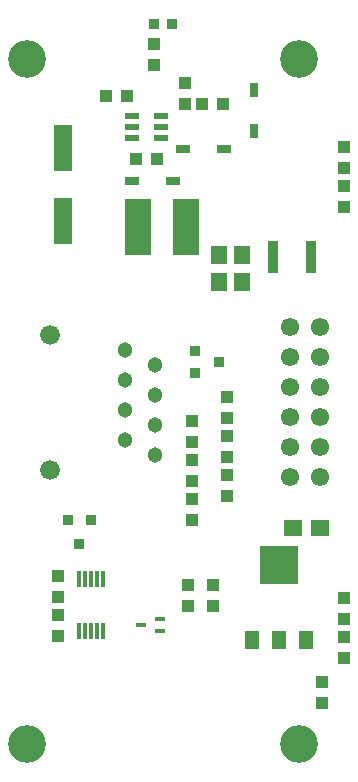
<source format=gbr>
G04 DesignSpark PCB PRO Gerber Version 10.0 Build 5299*
G04 #@! TF.Part,Single*
G04 #@! TF.FileFunction,Soldermask,Top*
G04 #@! TF.FilePolarity,Negative*
%FSLAX35Y35*%
%MOIN*%
G04 #@! TA.AperFunction,SMDPad,CuDef*
%ADD146R,0.01185X0.05516*%
%ADD164R,0.03547X0.01579*%
%ADD159R,0.03154X0.04531*%
%ADD160R,0.03469X0.11067*%
%ADD147R,0.03941X0.04295*%
%ADD161R,0.04728X0.06303*%
%ADD148R,0.05504X0.06004*%
%ADD156R,0.06303X0.15752*%
%ADD158R,0.08862X0.18902*%
%ADD162R,0.12996X0.12996*%
%ADD154R,0.03350X0.03350*%
%ADD149R,0.03744X0.03744*%
G04 #@! TA.AperFunction,ComponentPad*
%ADD152C,0.05134*%
%ADD144C,0.06106*%
%ADD153C,0.06598*%
G04 #@! TA.AperFunction,WasherPad*
%ADD143C,0.12602*%
G04 #@! TA.AperFunction,SMDPad,CuDef*
%ADD155R,0.04925X0.02366*%
%ADD157R,0.04531X0.03154*%
%ADD145R,0.04295X0.03941*%
%ADD163R,0.06004X0.05504*%
G04 #@! TD.AperFunction*
X0Y0D02*
D02*
D143*
X27953Y24016D03*
Y252362D03*
X118504Y24016D03*
Y252362D03*
D02*
D144*
X115591Y113189D03*
Y123189D03*
Y133189D03*
Y143189D03*
Y153189D03*
Y163189D03*
X125591Y113189D03*
Y123189D03*
Y133189D03*
Y143189D03*
Y153189D03*
Y163189D03*
D02*
D145*
X53980Y240157D03*
X60980D03*
X64217Y219291D03*
X71217D03*
X86264Y237402D03*
X93264D03*
D02*
D146*
X45276Y61811D03*
Y79134D03*
X47244Y61811D03*
Y79134D03*
X49213Y61811D03*
Y79134D03*
X51181Y61811D03*
Y79134D03*
X53150Y61811D03*
Y79134D03*
D02*
D147*
X38189Y60280D03*
Y67280D03*
Y73272D03*
Y80272D03*
X70079Y250437D03*
Y257437D03*
X80315Y237445D03*
Y244445D03*
X81496Y70122D03*
Y77122D03*
X82677Y98862D03*
Y105862D03*
Y111854D03*
Y118854D03*
Y124846D03*
Y131846D03*
X89764Y70122D03*
Y77122D03*
X94488Y106736D03*
Y113736D03*
Y119728D03*
Y126728D03*
Y132720D03*
Y139720D03*
X125984Y37839D03*
Y44839D03*
X133465Y52799D03*
Y59799D03*
Y65791D03*
Y72791D03*
Y203193D03*
Y210193D03*
Y216185D03*
Y223185D03*
D02*
D148*
X91732Y178177D03*
Y187177D03*
X99606Y178177D03*
Y187177D03*
D02*
D149*
X70276Y264173D03*
X76181D03*
D02*
D152*
X60630Y125512D03*
Y135512D03*
Y145512D03*
Y155512D03*
X70630Y120512D03*
Y130512D03*
Y140512D03*
Y150512D03*
D02*
D153*
X35630Y115508D03*
Y160516D03*
D02*
D154*
X41535Y98819D03*
X45276Y90945D03*
X49016Y98819D03*
X83858Y147835D03*
Y155315D03*
X91732Y151575D03*
D02*
D155*
X62795Y226181D03*
Y229921D03*
Y233661D03*
X72638Y226181D03*
Y229921D03*
Y233661D03*
D02*
D156*
X39764Y198425D03*
Y222835D03*
D02*
D157*
X62795Y211811D03*
X76575D03*
X79724Y222441D03*
X93504D03*
D02*
D158*
X64961Y196457D03*
X80709D03*
D02*
D159*
X103543Y228543D03*
Y242323D03*
D02*
D160*
X109705Y186614D03*
X122579D03*
D02*
D161*
X102772Y58683D03*
X111828D03*
X120883D03*
D02*
D162*
X111828Y83880D03*
D02*
D163*
X116366Y96063D03*
X125366D03*
D02*
D164*
X65748Y63780D03*
X72047Y61811D03*
Y65748D03*
X0Y0D02*
M02*

</source>
